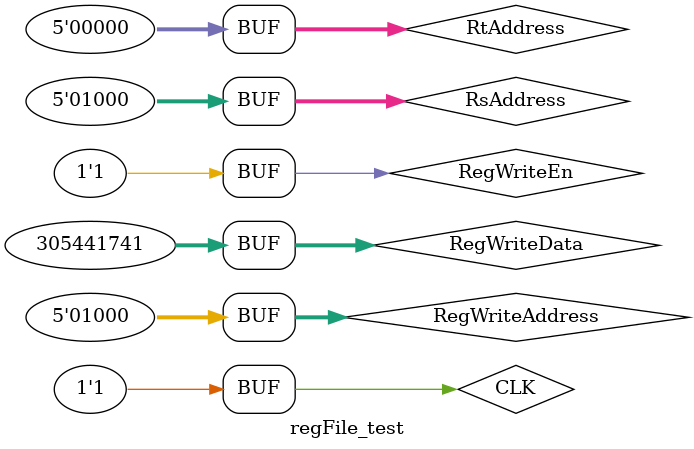
<source format=v>
`timescale 1ns / 1ps


module regFile_test();
	reg CLK;
	reg RegWriteEn; //write enable
	reg [4:0]RegWriteAddress; //32 registers
	reg [31:0] RegWriteData;
	reg [4:0] RsAddress;
	reg [4:0] RtAddress;
	wire [31:0] RsData;
	wire [31:0] RtData;
	
	regFile MUT(CLK, RegWriteEn, RegWriteAddress, RegWriteData,
				RsAddress, RtAddress, RsData, RtData);
	initial begin
		CLK = 0;
		RegWriteEn = 0;
		RegWriteAddress = 0;
		RegWriteData = 0;
		RsAddress = 0;
		RtAddress = 0;
		#100
		RegWriteEn = 1;
		RegWriteData = 32'h1234abcd;
		end
	parameter PERIOD = 20;
	always begin
		CLK = 1'b0;
		#(PERIOD/2) CLK = 1'b1;
		#(PERIOD/2);
		end
	always begin
		RegWriteAddress = 8;
		RsAddress = 8;
		#PERIOD;
		end
endmodule

</source>
